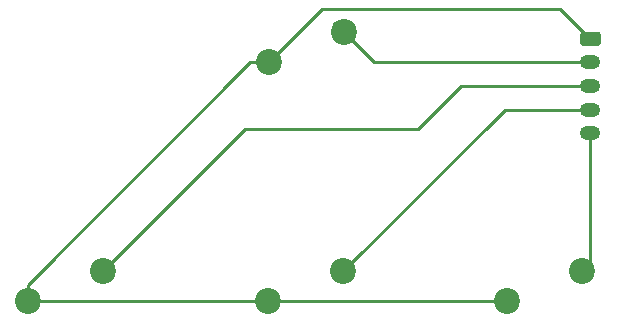
<source format=gtl>
%TF.GenerationSoftware,KiCad,Pcbnew,(5.1.12)-1*%
%TF.CreationDate,2021-12-29T02:26:32-05:00*%
%TF.ProjectId,4keymacropad,346b6579-6d61-4637-926f-7061642e6b69,rev?*%
%TF.SameCoordinates,Original*%
%TF.FileFunction,Copper,L1,Top*%
%TF.FilePolarity,Positive*%
%FSLAX46Y46*%
G04 Gerber Fmt 4.6, Leading zero omitted, Abs format (unit mm)*
G04 Created by KiCad (PCBNEW (5.1.12)-1) date 2021-12-29 02:26:32*
%MOMM*%
%LPD*%
G01*
G04 APERTURE LIST*
%TA.AperFunction,ComponentPad*%
%ADD10C,2.200000*%
%TD*%
%TA.AperFunction,ComponentPad*%
%ADD11O,1.750000X1.200000*%
%TD*%
%TA.AperFunction,Conductor*%
%ADD12C,0.250000*%
%TD*%
G04 APERTURE END LIST*
D10*
%TO.P,SW2,1*%
%TO.N,Net-(J1-Pad3)*%
X116840000Y-95885000D03*
%TO.P,SW2,2*%
%TO.N,Net-(J1-Pad1)*%
X110490000Y-98425000D03*
%TD*%
%TO.P,J1,1*%
%TO.N,Net-(J1-Pad1)*%
%TA.AperFunction,ComponentPad*%
G36*
G01*
X157489999Y-75600000D02*
X158740001Y-75600000D01*
G75*
G02*
X158990000Y-75849999I0J-249999D01*
G01*
X158990000Y-76550001D01*
G75*
G02*
X158740001Y-76800000I-249999J0D01*
G01*
X157489999Y-76800000D01*
G75*
G02*
X157240000Y-76550001I0J249999D01*
G01*
X157240000Y-75849999D01*
G75*
G02*
X157489999Y-75600000I249999J0D01*
G01*
G37*
%TD.AperFunction*%
D11*
%TO.P,J1,2*%
%TO.N,Net-(J1-Pad2)*%
X158115000Y-78200000D03*
%TO.P,J1,3*%
%TO.N,Net-(J1-Pad3)*%
X158115000Y-80200000D03*
%TO.P,J1,4*%
%TO.N,Net-(J1-Pad4)*%
X158115000Y-82200000D03*
%TO.P,J1,5*%
%TO.N,Net-(J1-Pad5)*%
X158115000Y-84200000D03*
%TD*%
D10*
%TO.P,SW1,1*%
%TO.N,Net-(J1-Pad2)*%
X137235001Y-75640001D03*
%TO.P,SW1,2*%
%TO.N,Net-(J1-Pad1)*%
X130885001Y-78180001D03*
%TD*%
%TO.P,SW3,2*%
%TO.N,Net-(J1-Pad1)*%
X130810000Y-98425000D03*
%TO.P,SW3,1*%
%TO.N,Net-(J1-Pad4)*%
X137160000Y-95885000D03*
%TD*%
%TO.P,SW4,2*%
%TO.N,Net-(J1-Pad1)*%
X151085001Y-98380001D03*
%TO.P,SW4,1*%
%TO.N,Net-(J1-Pad5)*%
X157435001Y-95840001D03*
%TD*%
D12*
%TO.N,Net-(J1-Pad1)*%
X135405002Y-73660000D02*
X130885001Y-78180001D01*
X110490000Y-97019368D02*
X110490000Y-98425000D01*
X129329367Y-78180001D02*
X110490000Y-97019368D01*
X130885001Y-78180001D02*
X129329367Y-78180001D01*
X110490000Y-98425000D02*
X130810000Y-98425000D01*
X151040002Y-98425000D02*
X151085001Y-98380001D01*
X130810000Y-98425000D02*
X151040002Y-98425000D01*
X158211410Y-76200000D02*
X158115000Y-76200000D01*
X158565010Y-75846400D02*
X158211410Y-76200000D01*
X155575000Y-73660000D02*
X135405002Y-73660000D01*
X158115000Y-76200000D02*
X155575000Y-73660000D01*
%TO.N,Net-(J1-Pad2)*%
X136430000Y-74835000D02*
X137235001Y-75640001D01*
X137255000Y-75660000D02*
X137235001Y-75640001D01*
X139795000Y-78200000D02*
X137235001Y-75640001D01*
X158115000Y-78200000D02*
X139795000Y-78200000D01*
%TO.N,Net-(J1-Pad3)*%
X143510000Y-83820000D02*
X143510000Y-83820000D01*
X147130000Y-80200000D02*
X143510000Y-83820000D01*
X158115000Y-80200000D02*
X147130000Y-80200000D01*
X128905000Y-83820000D02*
X116840000Y-95885000D01*
X143510000Y-83820000D02*
X128905000Y-83820000D01*
%TO.N,Net-(J1-Pad5)*%
X157480000Y-95795002D02*
X157435001Y-95840001D01*
%TO.N,Net-(J1-Pad4)*%
X157480000Y-82550000D02*
X157480000Y-82295000D01*
X150845000Y-82200000D02*
X137160000Y-95885000D01*
X158115000Y-82200000D02*
X150845000Y-82200000D01*
%TO.N,Net-(J1-Pad5)*%
X158115000Y-95160002D02*
X157435001Y-95840001D01*
X158115000Y-84200000D02*
X158115000Y-95160002D01*
%TD*%
M02*

</source>
